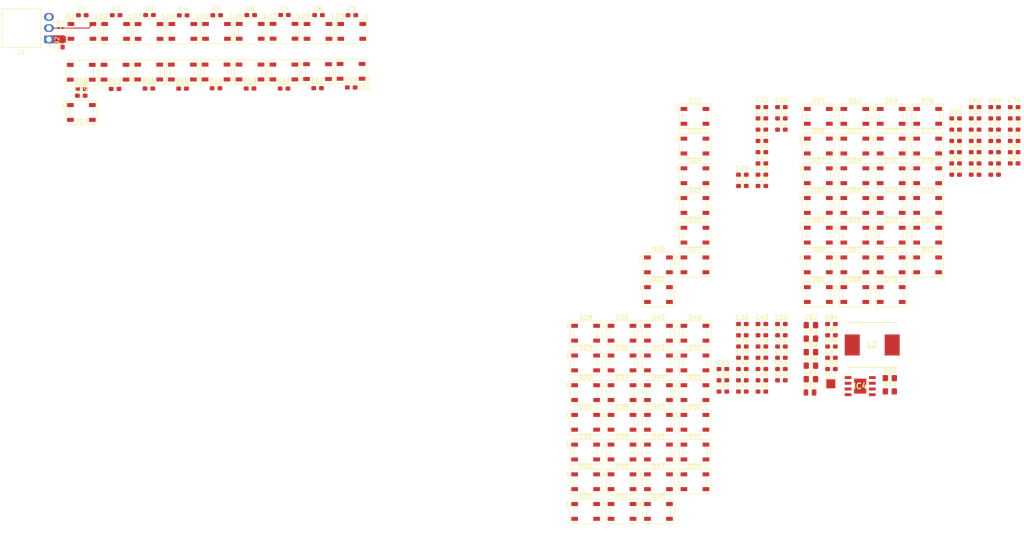
<source format=kicad_pcb>
(kicad_pcb (version 20241229) (generator "pcbnew") (generator_version "9.0")
  (layers (0 "F.Cu" signal) (2 "B.Cu" signal) (13 "F.Paste" user) (15 "B.Paste" user) (5 "F.SilkS" user "F.Silkscreen") (7 "B.SilkS" user "B.Silkscreen") (1 "F.Mask" user) (3 "B.Mask" user) (25 "Edge.Cuts" user))
  (net 0 "")
  (net 1 "+5V")
  (net 2 "GND")
  (net 3 "+24V")
  (net 4 "Net-(IC4-SS)")
  (net 5 "Net-(IC4-SW)")
  (net 6 "Net-(IC4-BST)")
  (net 7 "Net-(C87-Pad1)")
  (net 8 "Net-(IC4-COMP)")
  (net 9 "Net-(J1-Pin_1)")
  (net 10 "Net-(D1-DOUT)")
  (net 11 "Net-(D1-DIN)")
  (net 12 "Net-(D2-DOUT)")
  (net 13 "Net-(D3-DOUT)")
  (net 14 "Net-(D4-DOUT)")
  (net 15 "Net-(D5-DOUT)")
  (net 16 "Net-(D6-DOUT)")
  (net 17 "Net-(D7-DOUT)")
  (net 18 "Net-(D8-DOUT)")
  (net 19 "Net-(D10-DIN)")
  (net 20 "Net-(D10-DOUT)")
  (net 21 "Net-(D11-DOUT)")
  (net 22 "Net-(D12-DOUT)")
  (net 23 "Net-(D13-DOUT)")
  (net 24 "Net-(D14-DOUT)")
  (net 25 "Net-(D15-DOUT)")
  (net 26 "Net-(D16-DOUT)")
  (net 27 "Net-(D17-DOUT)")
  (net 28 "Net-(D18-DOUT)")
  (net 29 "Net-(D19-DOUT)")
  (net 30 "Net-(D20-DOUT)")
  (net 31 "Net-(D21-DOUT)")
  (net 32 "Net-(D22-DOUT)")
  (net 33 "Net-(D23-DOUT)")
  (net 34 "Net-(D24-DOUT)")
  (net 35 "Net-(D25-DOUT)")
  (net 36 "Net-(D26-DOUT)")
  (net 37 "/Row4")
  (net 38 "Net-(D28-DOUT)")
  (net 39 "Net-(D29-DOUT)")
  (net 40 "Net-(D30-DOUT)")
  (net 41 "Net-(D31-DOUT)")
  (net 42 "Net-(D32-DOUT)")
  (net 43 "Net-(D33-DOUT)")
  (net 44 "Net-(D34-DOUT)")
  (net 45 "Net-(D35-DOUT)")
  (net 46 "Net-(D36-DOUT)")
  (net 47 "Net-(D37-DOUT)")
  (net 48 "Net-(D38-DOUT)")
  (net 49 "Net-(D39-DOUT)")
  (net 50 "Net-(D40-DOUT)")
  (net 51 "Net-(D41-DOUT)")
  (net 52 "Net-(D42-DOUT)")
  (net 53 "Net-(D43-DOUT)")
  (net 54 "Net-(D44-DOUT)")
  (net 55 "Net-(D45-DOUT)")
  (net 56 "Net-(D46-DOUT)")
  (net 57 "Net-(D47-DOUT)")
  (net 58 "Net-(D48-DOUT)")
  (net 59 "Net-(D49-DOUT)")
  (net 60 "Net-(D50-DOUT)")
  (net 61 "Net-(D51-DOUT)")
  (net 62 "/Rows4-6/Row7")
  (net 63 "Net-(D55-DOUT)")
  (net 64 "Net-(D56-DOUT)")
  (net 65 "Net-(D57-DOUT)")
  (net 66 "Net-(D58-DOUT)")
  (net 67 "Net-(D59-DOUT)")
  (net 68 "Net-(D60-DOUT)")
  (net 69 "Net-(D61-DOUT)")
  (net 70 "Net-(D62-DOUT)")
  (net 71 "Net-(D63-DOUT)")
  (net 72 "Net-(D64-DOUT)")
  (net 73 "Net-(D65-DOUT)")
  (net 74 "Net-(D66-DOUT)")
  (net 75 "Net-(D67-DOUT)")
  (net 76 "Net-(D68-DOUT)")
  (net 77 "Net-(D69-DOUT)")
  (net 78 "Net-(D70-DOUT)")
  (net 79 "Net-(D71-DOUT)")
  (net 80 "Net-(D72-DOUT)")
  (net 81 "Net-(D73-DOUT)")
  (net 82 "Net-(D74-DOUT)")
  (net 83 "Net-(D75-DOUT)")
  (net 84 "Net-(D76-DOUT)")
  (net 85 "Net-(D77-DOUT)")
  (net 86 "Net-(D78-DOUT)")
  (net 88 "Net-(IC4-FB)")
  (net 89 "Net-(J1-Pin_2)")
  (net 90 "Net-(D52-DOUT)")
  (net 91 "Net-(D53-DOUT)")
  (net 92 "Net-(D79-DOUT)")
  (net 93 "Net-(D80-DOUT)")
  (footprint "LED_SMD:LED_WS2812B_PLCC4_5.0x5.0mm_P3.2mm" (layer "F.Cu") (at 197.525 82.795)
    (property "Reference" "D60")
    (property "Value" "WS2812B")
  )
  (footprint "LED_SMD:LED_WS2812B_PLCC4_5.0x5.0mm_P3.2mm" (layer "F.Cu") (at 221.885 82.795)
    (property "Reference" "D81")
    (property "Value" "WS2812B")
  )
  (footprint "Capacitor_SMD:C_0603_1608Metric_Pad1.08x0.95mm_HandSolder" (layer "F.Cu") (at 189.29 52.66)
    (property "Reference" "C32")
    (property "Value" "0.1uF")
  )
  (footprint "LED_SMD:LED_WS2812B_PLCC4_5.0x5.0mm_P3.2mm" (layer "F.Cu") (at 145.645 98.035)
    (property "Reference" "D28")
    (property "Value" "WS2812B")
  )
  (footprint "Capacitor_SMD:C_0603_1608Metric_Pad1.08x0.95mm_HandSolder" (layer "F.Cu") (at 184.94 60.19)
    (property "Reference" "C27")
    (property "Value" "0.1uF")
  )
  (footprint "LED_SMD:LED_WS2812B_PLCC4_5.0x5.0mm_P3.2mm" (layer "F.Cu") (at 221.885 62.935)
    (property "Reference" "D78")
    (property "Value" "WS2812B")
  )
  (footprint "LED_SMD:LED_WS2812B_PLCC4_5.0x5.0mm_P3.2mm" (layer "F.Cu") (at 145.645 124.515)
    (property "Reference" "D32")
    (property "Value" "WS2812B")
  )
  (footprint "Capacitor_SMD:C_0603_1608Metric_Pad1.08x0.95mm_HandSolder" (layer "F.Cu") (at 241.17 52.66)
    (property "Reference" "C78")
    (property "Value" "0.1uF")
  )
  (footprint "Capacitor_SMD:C_0603_1608Metric_Pad1.08x0.95mm_HandSolder" (layer "F.Cu") (at 180.59 108.53)
    (property "Reference" "C41")
    (property "Value" "0.1uF")
  )
  (footprint "Capacitor_SMD:C_0603_1608Metric_Pad1.08x0.95mm_HandSolder" (layer "F.Cu") (at 176.24 106.02)
    (property "Reference" "C33")
    (property "Value" "0.1uF")
  )
  (footprint "LED_SMD:LED_WS2812B_PLCC4_5.0x5.0mm_P3.2mm" (layer "F.Cu") (at 170.005 111.275)
    (property "Reference" "D51")
    (property "Value" "WS2812B")
  )
  (footprint "Capacitor_SMD:C_0603_1608Metric_Pad1.08x0.95mm_HandSolder" (layer "F.Cu") (at 180.59 111.04)
    (property "Reference" "C42")
    (property "Value" "0.1uF")
  )
  (footprint "Capacitor_SMD:C_0603_1608Metric_Pad1.08x0.95mm_HandSolder" (layer "F.Cu") (at 41.0025 27.15)
    (property "Reference" "C2")
    (property "Value" "0.1uF")
  )
  (footprint "Resistor_SMD:R_0805_2012Metric_Pad1.20x1.40mm_HandSolder" (layer "F.Cu") (at 213.45 111)
    (property "Reference" "R31")
    (property "Value" "52.3k")
  )
  (footprint "LED_SMD:LED_WS2812B_PLCC4_5.0x5.0mm_P3.2mm" (layer "F.Cu") (at 48.35 30.77)
    (property "Reference" "D3")
    (property "Value" "WS2812B")
  )
  (footprint "Capacitor_SMD:C_0603_1608Metric_Pad1.08x0.95mm_HandSolder" (layer "F.Cu") (at 189.29 108.53)
    (property "Reference" "C55")
    (property "Value" "0.1uF")
  )
  (footprint "LED_SMD:LED_WS2812B_PLCC4_5.0x5.0mm_P3.2mm" (layer "F.Cu") (at 161.885 137.755)
    (property "Reference" "D48")
    (property "Value" "WS2812B")
  )
  (footprint "Capacitor_SMD:C_0603_1608Metric_Pad1.08x0.95mm_HandSolder" (layer "F.Cu") (at 55.95 27.185)
    (property "Reference" "C4")
    (property "Value" "0.1uF")
  )
  (footprint "LED_SMD:LED_WS2812B_PLCC4_5.0x5.0mm_P3.2mm" (layer "F.Cu") (at 197.525 89.415)
    (property "Reference" "D61")
    (property "Value" "WS2812B")
  )
  (footprint "LED_SMD:LED_WS2812B_PLCC4_5.0x5.0mm_P3.2mm" (layer "F.Cu") (at 213.765 56.315)
    (property "Reference" "D70")
    (property "Value" "WS2812B")
  )
  (footprint "Capacitor_SMD:C_0603_1608Metric_Pad1.08x0.95mm_HandSolder" (layer "F.Cu") (at 180.59 106.02)
    (property "Reference" "C40")
    (property "Value" "0.1uF")
  )
  (footprint "LED_SMD:LED_WS2812B_PLCC4_5.0x5.0mm_P3.2mm" (layer "F.Cu") (at 170.005 56.315)
    (property "Reference" "D23")
    (property "Value" "WS2812B")
  )
  (footprint "Capacitor_SMD:C_0603_1608Metric_Pad1.08x0.95mm_HandSolder" (layer "F.Cu") (at 232.47 55.17)
    (property "Reference" "C65")
    (property "Value" "0.1uF")
  )
  (footprint "Capacitor_SMD:C_0603_1608Metric_Pad1.08x0.95mm_HandSolder" (layer "F.Cu") (at 232.47 52.66)
    (property "Reference" "C64")
    (property "Value" "0.1uF")
  )
  (footprint "Capacitor_SMD:C_0805_2012Metric_Pad1.18x1.45mm_HandSolder" (layer "F.Cu") (at 195.87 99.24)
    (property "Reference" "C83")
    (property "Value" "10uF")
  )
  (footprint "Capacitor_SMD:C_0603_1608Metric_Pad1.08x0.95mm_HandSolder" (layer "F.Cu") (at 200.45 101)
    (property "Reference" "C86")
    (property "Value" "100nF")
  )
  (footprint "LED_SMD:LED_WS2812B_PLCC4_5.0x5.0mm_P3.2mm" (layer "F.Cu") (at 70.84 39.81 180)
    (property "Reference" "D13")
    (property "Value" "WS2812B")
  )
  (footprint "Capacitor_SMD:C_0603_1608Metric_Pad1.08x0.95mm_HandSolder" (layer "F.Cu") (at 236.82 60.19)
    (property "Reference" "C74")
    (property "Value" "0.1uF")
  )
  (footprint "LED_SMD:LED_WS2812B_PLCC4_5.0x5.0mm_P3.2mm" (layer "F.Cu") (at 205.645 89.415)
    (property "Reference" "D68")
    (property "Value" "WS2812B")
  )
  (footprint "LED_SMD:LED_WS2812B_PLCC4_5.0x5.0mm_P3.2mm" (layer "F.Cu") (at 170.005 117.895)
    (property "Reference" "D52")
    (property "Value" "WS2812B")
  )
  (footprint "Capacitor_SMD:C_0603_1608Metric_Pad1.08x0.95mm_HandSolder" (layer "F.Cu") (at 33.24 43.59)
    (property "Reference" "C18")
    (property "Value" "0.1uF")
  )
  (footprint "LED_SMD:LED_WS2812B_PLCC4_5.0x5.0mm_P3.2mm" (layer "F.Cu") (at 170.005 98.035)
    (property "Reference" "D49")
    (property "Value" "WS2812B")
  )
  (footprint "LED_SMD:LED_WS2812B_PLCC4_5.0x5.0mm_P3.2mm" (layer "F.Cu") (at 161.885 89.415)
    (property "Reference" "D21")
    (property "Value" "WS2812B")
  )
  (footprint "Capacitor_SMD:C_0603_1608Metric_Pad1.08x0.95mm_HandSolder" (layer "F.Cu") (at 228.12 57.68)
    (property "Reference" "C59")
    (property "Value" "0.1uF")
  )
  (footprint "Capacitor_SMD:C_0603_1608Metric_Pad1.08x0.95mm_HandSolder" (layer "F.Cu") (at 180.59 95.98)
    (property "Reference" "C36")
    (property "Value" "0.1uF")
  )
  (footprint "Capacitor_SMD:C_0603_1608Metric_Pad1.08x0.95mm_HandSolder" (layer "F.Cu") (at 189.29 50.15)
    (property "Reference" "C31")
    (property "Value" "0.1uF")
  )
  (footprint "Capacitor_SMD:C_0603_1608Metric_Pad1.08x0.95mm_HandSolder" (layer "F.Cu") (at 184.94 65.21)
    (property "Reference" "C29")
    (property "Value" "0.1uF")
  )
  (footprint "Capacitor_SMD:C_0603_1608Metric_Pad1.08x0.95mm_HandSolder" (layer "F.Cu") (at 232.47 47.64)
    (property "Reference" "C62")
    (property "Value" "0.1uF")
  )
  (footprint "LED_SMD:LED_WS2812B_PLCC4_5.0x5.0mm_P3.2mm" (layer "F.Cu") (at 205.645 76.175)
    (property "Reference" "D66")
    (property "Value" "WS2812B")
  )
  (footprint "LED_SMD:LED_WS2812B_PLCC4_5.0x5.0mm_P3.2mm" (layer "F.Cu") (at 197.525 56.315)
    (property "Reference" "D56")
    (property "Value" "WS2812B")
  )
  (footprint "LED_SMD:LED_WS2812B_PLCC4_5.0x5.0mm_P3.2mm" (layer "F.Cu") (at 213.765 76.175)
    (property "Reference" "D73")
    (property "Value" "WS2812B")
  )
  (footprint "TestPoint:TestPoint_Pad_2.0x2.0mm" (layer "F.Cu") (at 200.3 109.3)
    (property "Reference" "TP2")
    (property "Value" "TestPoint")
  )
  (footprint "LED_SMD:LED_WS2812B_PLCC4_5.0x5.0mm_P3.2mm" (layer "F.Cu") (at 170.005 62.935)
    (property "Reference" "D24")
    (property "Value" "WS2812B")
  )
  (footprint "Capacitor_SMD:C_0603_1608Metric_Pad1.08x0.95mm_HandSolder" (layer "F.Cu") (at 236.82 52.66)
    (property "Reference" "C71")
    (property "Value" "0.1uF")
  )
  (footprint "LED_SMD:LED_WS2812B_PLCC4_5.0x5.0mm_P3.2mm" (layer "F.Cu") (at 145.645 111.275)
    (property "Reference" "D30")
    (property "Value" "WS2812B")
  )
  (footprint "LED_SMD:LED_WS2812B_PLCC4_5.0x5.0mm_P3.2mm" (layer "F.Cu") (at 33.24 39.87 180)
    (property "Reference" "D18")
    (property "Value" "WS2812B")
  )
  (footprint "Capacitor_SMD:C_0603_1608Metric_Pad1.08x0.95mm_HandSolder" (layer "F.Cu") (at 78.53 27.11)
    (property "Reference" "C7")
    (property "Value" "0.1uF")
  )
  (footprint "Capacitor_SMD:C_0603_1608Metric_Pad1.08x0.95mm_HandSolder" (layer "F.Cu") (at 184.94 47.64)
    (property "Reference" "C22")
    (property "Value" "0.1uF")
  )
  (footprint "LED_SMD:LED_WS2812B_PLCC4_5.0x5.0mm_P3.2mm" (layer "F.Cu") (at 221.885 69.555)
    (property "Reference" "D79")
    (property "Value" "WS2812B")
  )
  (footprint "Capacitor_SMD:C_0603_1608Metric_Pad1.08x0.95mm_HandSolder" (layer "F.Cu") (at 189.29 106.02)
    (property "Reference" "C54")
    (property "Value" "0.1uF")
  )
  (footprint "Capacitor_SMD:C_0603_1608Metric_Pad1.08x0.95mm_HandSolder" (layer "F.Cu") (at 184.94 95.98)
    (property "Reference" "C43")
    (property "Value" "0.1uF")
  )
  (footprint "Capacitor_SMD:C_0603_1608Metric_Pad1.08x0.95mm_HandSolder" (layer "F.Cu") (at 232.47 60.19)
    (property "Reference" "C67")
    (property "Value" "0.1uF")
  )
  (footprint "Capacitor_SMD:C_0603_1608Metric_Pad1.08x0.95mm_HandSolder" (layer "F.Cu") (at 55.8075 43.51)
    (property "Reference" "C15")
    (property "Value" "0.1uF")
  )
  (footprint "LED_SMD:LED_WS2812B_PLCC4_5.0x5.0mm_P3.2mm" (layer "F.Cu") (at 170.005 82.795)
    (property "Reference" "D27")
    (property "Value" "WS2812B")
  )
  (footprint "Capacitor_SMD:C_0603_1608Metric_Pad1.08x0.95mm_HandSolder" (layer "F.Cu") (at 232.47 50.15)
    (property "Reference" "C63")
    (property "Value" "0.1uF")
  )
  (footprint "LED_SMD:LED_WS2812B_PLCC4_5.0x5.0mm_P3.2mm" (layer "F.Cu") (at 153.765 117.895)
    (property "Reference" "D38")
    (property "Value" "WS2812B")
  )
  (footprint "LED_SMD:LED_WS2812B_PLCC4_5.0x5.0mm_P3.2mm" (layer "F.Cu") (at 153.765 124.515)
    (property "Reference" "D39")
    (property "Value" "WS2812B")
  )
  (footprint "LED_SMD:LED_WS2812B_PLCC4_5.0x5.0mm_P3.2mm" (layer "F.Cu") (at 93.37 39.66 180)
    (property "Reference" "D10")
    (property "Value" "WS2812B")
  )
  (footprint "LED_SMD:LED_WS2812B_PLCC4_5.0x5.0mm_P3.2mm" (layer "F.Cu") (at 213.765 89.415)
    (property "Reference" "D75")
    (property "Value" "WS2812B")
  )
  (footprint "Capacitor_SMD:C_0603_1608Metric_Pad1.08x0.95mm_HandSolder" (layer "F.Cu") (at 184.94 62.7)
    (property "Reference" "C28")
    (property "Value" "0.1uF")
  )
  (footprint "Capacitor_SMD:C_0603_1608Metric_Pad1.08x0.95mm_HandSolder" (layer "F.Cu") (at 241.17 50.15)
    (property "Reference" "C77")
    (property "Value" "0.1uF")
  )
  (footprint "LED_SMD:LED_WS2812B_PLCC4_5.0x5.0mm_P3.2mm" (layer "F.Cu") (at 161.885 111.275)
    (property "Reference" "D44")
    (property "Value" "WS2812B")
  )
  (footprint "LED_SMD:LED_WS2812B_PLCC4_5.0x5.0mm_P3.2mm" (layer "F.Cu") (at 161.885 124.515)
    (property "Reference" "D46")
    (property "Value" "WS2812B")
  )
  (footprint "LED_SMD:LED_WS2812B_PLCC4_5.0x5.0mm_P3.2mm" (layer "F.Cu") (at 145.645 137.755)
    (property "Reference" "D34")
    (property "Value" "WS2812B")
  )
  (footprint "Capacitor_SMD:C_0603_1608Metric_Pad1.08x0.95mm_HandSolder" (layer "F.Cu") (at 180.59 62.7)
    (property "Reference" "C20")
    (property "Value" "0.1uF")
  )
  (footprint "LED_SMD:LED_WS2812B_PLCC4_5.0x5.0mm_P3.2mm" (layer "F.Cu") (at 85.89 39.72 180)
    (property "Reference" "D11")
    (property "Value" "WS2812B")
  )
  (footprint "Capacitor_SMD:C_0603_1608Metric_Pad1.08x0.95mm_HandSolder" (layer "F.Cu") (at 236.82 62.7)
    (property "Reference" "C75")
    (property "Value" "0.1uF")
  )
  (footprint "Capacitor_SMD:C_0603_1608Metric_Pad1.08x0.95mm_HandSolder" (layer "F.Cu") (at 184.94 108.53)
    (property "Reference" "C48")
    (property "Value" "0.1uF")
  )
  (footprint "Capacitor_SMD:C_0603_1608Metric_Pad1.08x0.95mm_HandSolder" (layer "F.Cu") (at 48.2975 43.49)
    (property "Reference" "C16")
    (property "Value" "0.1uF")
  )
  (footprint "Capacitor_SMD:C_0603_1608Metric_Pad1.08x0.95mm_HandSolder" (layer "F.Cu") (at 33.23 45.09)
    (property "Reference" "C19")
    (property "Value" "0.1uF")
  )
  (footprint "Capacitor_SMD:C_0603_1608Metric_Pad1.08x0.95mm_HandSolder" (layer "F.Cu") (at 200.45 95.98)
    (property "Reference" "C84")
    (property "Value" "100nF")
  )
  (footprint "LED_SMD:LED_WS2812B_PLCC4_5.0x5.0mm_P3.2mm" (layer "F.Cu") (at 153.765 98.035)
    (property "Reference" "D35")
    (property "Value" "WS2812B")
  )
  (footprint "Capacitor_SMD:C_0603_1608Metric_Pad1.08x0.95mm_HandSolder" (layer "F.Cu") (at 33.47 27.16)
    (property "Reference" "C1")
    (property "Value" "0.1uF")
  )
  (footprint "Capacitor_SMD:C_0603_1608Metric_Pad1.08x0.95mm_HandSolder" (layer "F.Cu") (at 85.9075 43.41)
    (property "Reference" "C11")
    (property "Value" "0.1uF")
  )
  (footprint "LED_SMD:LED_WS2812B_PLCC4_5.0x5.0mm_P3.2mm" (layer "F.Cu") (at 78.43 30.735)
    (property "Reference" "D7")
    (property "Value" "WS2812B")
  )
  (footprint "LED_SMD:LED_WS2812B_PLCC4_5.0x5.0mm_P3.2mm" (layer "F.Cu") (at 205.645 49.695)
    (property "Reference" "D62")
    (property "Value" "WS2812B")
  )
  (footprint "Capacitor_SMD:C_0603_1608Metric_Pad1.08x0.95mm_HandSolder" (layer "F.Cu") (at 180.59 103.51)
    (property "Reference" "C39")
    (property "Value" "0.1uF")
  )
  (footprint "Capacitor_SMD:C_0603_1608Metric_Pad1.08x0.95mm_HandSolder" (layer "F.Cu") (at 184.94 50.15)
    (property "Reference" "C23")
    (property "Value" "0.1uF")
  )
  (footprint "LED_SMD:LED_WS2812B_PLCC4_5.0x5.0mm_P3.2mm" (layer "F.Cu") (at 153.765 137.755)
    (property "Reference" "D41")
    (property "Value" "WS2812B")
  )
  (footprint "Capacitor_SMD:C_0603_1608Metric_Pad1.08x0.95mm_HandSolder" (layer "F.Cu") (at 93.5475 27.16)
    (property "Reference" "C9")
    (property "Value" "0.1uF")
  )
  (footprint "LED_SMD:LED_WS2812B_PLCC4_5.0x5.0mm_P3.2mm" (layer "F.Cu") (at 197.525 62.935)
    (property "Reference" "D57")
    (property "Value" "WS2812B")
  )
  (footprint "LED_SMD:LED_WS2812B_PLCC4_5.0x5.0mm_P3.2mm" (layer "F.Cu") (at 213.765 49.695)
    (property "Reference" "D69")
    (property "Value" "WS2812B")
  )
  (footprint "LED_SMD:LED_WS2812B_PLCC4_5.0x5.0mm_P3.2mm" (layer "F.Cu") (at 33.26 48.83)
    (property "Reference" "D19")
    (property "Value" "WS2812B")
  )
  (footprint "LED_SMD:LED_WS2812B_PLCC4_5.0x5.0mm_P3.2mm" (layer "F.Cu") (at 93.51 30.76)
    (property "Reference" "D9")
    (property "Value" "WS2812B")
  )
  (footprint "LED_SMD:LED_WS2812B_PLCC4_5.0x5.0mm_P3.2mm" (layer "F.Cu") (at 197.525 49.695)
    (property "Reference" "D55")
    (property "Value" "WS2812B")
  )
  (footprint "Capacitor_SMD:C_0603_1608Metric_Pad1.08x0.95mm_HandSolder" (layer "F.Cu") (at 176.24 108.53)
    (property "Reference" "C34")
    (property "Value" "0.1uF")
  )
  (footprint "LED_SMD:LED_WS2812B_PLCC4_5.0x5.0mm_P3.2mm" (layer "F.Cu") (at 70.89 30.745)
    (property "Reference" "D6")
    (property "Value" "WS2812B")
  )
  (footprint "LED_SMD:LED_WS2812B_PLCC4_5.0x5.0mm_P3.2mm" (layer "F.Cu") (at 145.645 104.655)
    (property "Reference" "D29")
    (property "Value" "WS2812B")
  )
  (footprint "LED_SMD:LED_WS2812B_PLCC4_5.0x5.0mm_P3.2mm" (layer "F.Cu") (at 221.885 49.695)
    (property "Reference" "D76")
    (property "Value" "WS2812B")
  )
  (footprint "Capacitor_SMD:C_0603_1608Metric_Pad1.08x0.95mm_HandSolder" (layer "F.Cu") (at 241.17 55.17)
    (property "Reference" "C79")
    (property "Value" "0.1uF")
  )
  (footprint "Capacitor_SMD:C_0603_1608Metric_Pad1.08x0.95mm_HandSolder" (layer "F.Cu") (at 189.29 101)
    (property "Reference" "C52")
    (property "Value" "0.1uF")
  )
  (footprint "Capacitor_SMD:C_0805_2012Metric_Pad1.18x1.45mm_HandSolder" (layer "F.Cu") (at 195.87 105.26)
    (property "Reference" "C90")
    (property "Value" "22uF")
  )
  (footprint "Capacitor_SMD:C_0603_1608Metric_Pad1.08x0.95mm_HandSolder" (layer "F.Cu") (at 184.94 106.02)
    (property "Reference" "C47")
    (property "Value" "0.1uF")
  )
  (footprint "LED_SMD:LED_WS2812B_PLCC4_5.0x5.0mm_P3.2mm" (layer "F.Cu") (at 161.885 117.895)
    (property "Reference" "D45")
    (property "Value" "WS2812B")
  )
  (footprint "LED_SMD:LED_WS2812B_PLCC4_5.0x5.0mm_P3.2mm" (layer "F.Cu") (at 85.99 30.76)
    (property "Reference" "D8")
    (property "Value" "WS2812B")
  )
  (footprint "Capacitor_SMD:C_0603_1608Metric_Pad1.08x0.95mm_HandSolder" (layer "F.Cu") (at 70.8675 43.48)
    (property "Reference" "C13")
    (property "Value" "0.1uF")
  )
  (footprint "LED_SMD:LED_WS2812B_PLCC4_5.0x5.0mm_P3.2mm" (layer "F.Cu") (at 63.27 39.81 180)
    (property "Reference" "D14")
    (property "Value" "WS2812B")
  )
  (footprint "LED_SMD:LED_WS2812B_PLCC4_5.0x5.0mm_P3.2mm" (layer "F.Cu") (at 170.005 124.515)
    (property "Reference" "D53")
    (property "Value" "WS2812B")
  )
  (footprint "Resistor_SMD:R_0805_2012Metric" (layer "F.Cu") (at 195.67 111.25)
    (property "Reference" "R32")
    (property "Value" "10k")
  )
  (footprint "Capacitor_SMD:C_0603_1608Metric_Pad1.08x0.95mm_HandSolder" (layer "F.Cu") (at 228.12 50.15)
    (property "Reference" "C56")
    (property "Value" "0.1uF")
  )
  (footprint "Capacitor_SMD:C_0603_1608Metric_Pad1.08x0.95mm_HandSolder" (layer "F.Cu") (at 241.17 47.64)
    (property "Reference" "C76")
    (property "Value" "0.1uF")
  )
  (footprint "Capacitor_SMD:C_0603_1608Metric_Pad1.08x0.95mm_HandSolder" (layer "F.Cu") (at 29.07 33.3875 90)
    (property "Reference" "C92")
    (property "Value" "0.1uF")
  )
  (footprint "Capacitor_SMD:C_0603_1608Metric_Pad1.08x0.95mm_HandSolder" (layer "F.Cu") (at 232.47 57.68)
    (property "Reference" "C66")
    (property "Value" "0.1uF")
  )
  (footprint "LED_SMD:LED_WS2812B_PLCC4_5.0x5.0mm_P3.2mm" (layer "F.Cu") (at 48.26 39.82 180)
    (property "Reference" "D16")
    (property "Value" "WS2812B")
  )
  (footprint "Capacitor_SMD:C_0603_1608Metric_Pad1.08x0.95mm_HandSolder" (layer "F.Cu") (at 241.17 60.19)
    (property "Reference" "C81")
    (property "Value" "0.1uF")
  )
  (footprint "LedMatrix:INDPM110100X540N" (layer "F.Cu") (at 209.525 100.65)
    (property "Reference" "L2")
    (property "Value" "4.7uH" (hide yes))
  )
  (footprint "Capacitor_SMD:C_0603_1608Metric_Pad1.08x0.95mm_HandSolder" (layer "F.Cu") (at 228.12 52.66)
    (property "Reference" "C57")
    (property "Value" "0.1uF")
  )
  (footprint "Capacitor_SMD:C_0603_1608Metric_Pad1.08x0.95mm_HandSolder" (layer "F.Cu") (at 200.45 98.49)
    (property "Reference" "C85")
    (property "Value" "10nF")
  )
  (footprint "LED_SMD:LED_WS2812B_PLCC4_5.0x5.0mm_P3.2mm" (layer "F.Cu") (at 205.645 69.555)
    (property "Reference" "D65")
    (property "Value" "WS2812B")
  )
  (footprint "LedMatrix:SOIC127P600X163-9N" (layer "F.Cu") (at 206.85 109.825)
    (property "Reference" "IC4")
    (property "Value" "AP64501QSP-13" (hide yes))
  )
  (footprint "LED_SMD:LED_WS2812B_PLCC4_5.0x5.0mm_P3.2mm" (layer "F.Cu") (at 170.005 104.655)
    (property "Reference" "D50")
    (property "Value" "WS2812B")
  )
  (footprint "Resistor_SMD:R_0805_2012Metric_Pad1.20x1.40mm_HandSolder" (layer "F.Cu") (at 213.45 108.05)
    (property "Reference" "R30")
    (property "Value" "15.8k")
  )
  (footprint "Capacitor_SMD:C_0603_1608Metric_Pad1.08x0.95mm_HandSolder" (layer "F.Cu") (at 200.45 106.02)
    (property "Reference" "C88")
    (property "Value" "33pF")
  )
  (footprint "Capacitor_SMD:C_0603_1608Metric_Pad1.08x0.95mm_HandSolder" (layer "F.Cu") (at 48.45 27.12)
    (property "Reference" "C3")
    (property "Value" "0.1uF")
  )
  (footprint "Capacitor_SMD:C_0805_2012Metric_Pad1.18x1.45mm_HandSolder" (layer "F.Cu") (at 195.87 108.27)
    (property "Reference" "C91")
    (property "Value" "22uF")
  )
  (footprint "Capacitor_SMD:C_0603_1608Metric_Pad1.08x0.95mm_HandSolder" (layer "F.Cu") (at 189.29 47.64)
    (property "Reference" "C30")
    (property "Value" "0.1uF")
  )
  (footprint "Capacitor_SMD:C_0603_1608Metric_Pad1.08x0.95mm_HandSolder" (layer "F.Cu") (at 184.94 101)
    (property "Reference" "C45")
    (property "Value" "0.1uF")
  )
  (footprint "Capacitor_SMD:C_0603_1608Metric_Pad1.08x0.95mm_HandSolder" (layer "F.Cu") (at 184.94 52.66)
    (property "Reference" "C24")
    (property "Value" "0.1uF")
  )
  (footprint "Capacitor_SMD:C_0603_1608Metric_Pad1.08x0.95mm_HandSolder" (layer "F.Cu") (at 236.82 50.15)
    (property "Reference" "C70")
    (property "Value" "0.1uF")
  )
  (footprint "LED_SMD:LED_WS2812B_PLCC4_5.0x5.0mm_P3.2mm" (layer "F.Cu") (at 153.765 131.135)
    (property "Reference" "D40")
    (property "Value" "WS2812B")
  )
  (footprint "Capacitor_SMD:C_0805_2012Metric_Pad1.18x1.45mm_HandSolder" (layer "F.Cu") (at 195.87 96.23)
    (property "Reference" "C82")
    (property "Value" "10uF")
  )
  (footprint "Capacitor_SMD:C_0603_1608Metric_Pad1.08x0.95mm_HandSolder" (layer "F.Cu") (at 189.29 103.51)
    (property "Reference" "C53")
    (property "Value" "0.1uF")
  )
  (footprint "LED_SMD:LED_WS2812B_PLCC4_5.0x5.0mm_P3.2mm" (layer "F.Cu") (at 221.885 56.315)
    (property "Reference" "D77")
    (property "Value" "WS2812B")
  )
  (footprint "Capacitor_SMD:C_0603_1608Metric_Pad1.08x0.95mm_HandSolder" (layer "F.Cu") (at 236.82 57.68)
    (property "Reference" "C73")
    (property "Value" "0.1uF")
  )
  (footprint "LED_SMD:LED_WS2812B_PLCC4_5.0x5.0mm_P3.2mm" (layer "F.Cu") (at 55.78 39.82 180)
    (property "Reference" "D15")
    (property "Value" "WS2812B")
  )
  (footprint "Resistor_SMD:R_0201_0603Metric_Pad0.64x0.40mm_HandSolder" (layer "F.Cu") (at 28.61 30.02)
    (property "Reference" "R1")
    (property "Value" "330")
  )
  (footprint "LED_SMD:LED_WS2812B_PLCC4_5.0x5.0mm_P3.2mm" (layer "F.Cu") (at 78.39 39.81 180)
    (property "Reference" "D12")
    (property "Value" "WS2812B")
  )
  (footprint "Capacitor_SMD:C_0603_1608Metric_Pad1.08x0.95mm_HandSolder" (layer "F.Cu") (at 184.94 98.49)
    (property "Reference" "C44")
    (property "Value" "0.1uF")
  )
  (footprint "LED_SMD:LED_WS2812B_PLCC4_5.0x5.0mm_P3.2mm" (layer "F.Cu") (at 197.525 76.175)
    (property "Reference" "D59")
    (property "Value" "WS2812B")
  )
  (footprint "Capacitor_SMD:C_0603_1608Metric_Pad1.08x0.95mm_HandSolder" (layer "F.Cu") (at 71 27.135)
    (property "Reference" "C6")
    (property "Value" "0.1uF")
  )
  (footprint "LED_SMD:LED_WS2812B_PLCC4_5.0x5.0mm_P3.2mm" (layer "F.Cu") (at 170.005 69.555)
    (property "Reference" "D25")
    (property "Value" "WS2812B")
  )
  (footprint "Capacitor_SMD:C_0603_1608Metric_Pad1.08x0.95mm_HandSolder" (layer "F.Cu") (at 241.17 57.68)
    (property "Reference" "C80")
    (property "Value" "0.1uF")
  )
  (footprint "LED_SMD:LED_WS2812B_PLCC4_5.0x5.0mm_P3.2mm" (layer "F.Cu") (at 170.005 76.175)
    (property "Reference" "D26")
    (property "Value" "WS2812B")
  )
  (footprint "Capacitor_SMD:C_0603_1608Metric_Pad1.08x0.95mm_HandSolder" (layer "F.Cu") (at 86.1075 27.14)
    (property "Reference" "C8")
    (property "Value" "0.1uF")
  )
  (footprint "LED_SMD:LED_WS2812B_PLCC4_5.0x5.0mm_P3.2mm" (layer "F.Cu") (at 205.645 82.795)
    (property "Reference" "D67")
    (property "Value" "WS2812B")
  )
  (footprint "LED_SMD:LED_WS2812B_PLCC4_5.0x5.0mm_P3.2mm" (layer "F.Cu") (at 170.005 49.695)
    (property "Reference" "D22")
    (property "Value" "WS2812B")
  )
  (footprint "LED_SMD:LED_WS2812B_PLCC4_5.0x5.0mm_P3.2mm" (layer "F.Cu") (at 213.765 69.555)
    (property "Reference" "D72")
    (property "Value" "WS2812B")
  )
  (footprint "Capacitor_SMD:C_0603_1608Metric_Pad1.08x0.95mm_HandSolder" (layer "F.Cu") (at 232.47 62.7)
    (property "Reference" "C68")
    (property "Value" "0.1uF")
  )
  (footprint "LED_SMD:LED_WS2812B_PLCC4_5.0x5.0mm_P3.2mm" (layer "F.Cu") (at 33.3775 30.755)
    (property "Reference" "D1")
    (property "Value" "WS2812B")
  )
  (footprint "LED_SMD:LED_WS2812B_PLCC4_5.0x5.0mm_P3.2mm" (layer "F.Cu") (at 221.885 76.175)
    (property "Reference" "D80")
    (property "Value" "WS2812B")
  )
  (footprint "Capacitor_SMD:C_0603_1608Metric_Pad1.08x0.95mm_HandSolder" (layer "F.Cu") (at 189.29 98.49)
    (property "Reference" "C51")
    (property "Value" "0.1uF")
  )
  (footprint "Capacitor_SMD:C_0603_1608Metric_Pad1.08x0.95mm_HandSolder" (layer "F.Cu") (at 228.12 60.19)
    (property "Reference" "C60")
    (property "Value" "0.1uF")
  )
  (footprint "LED_SMD:LED_WS2812B_PLCC4_5.0x5.0mm_P3.2mm" (layer "F.Cu") (at 63.37 30.755)
    (property "Reference" "D5")
    (property "Value" "WS2812B")
  )
  (footprint "Capacitor_SMD:C_0603_1608Metric_Pad1.08x0.95mm_HandSolder" (layer "F.Cu") (at 200.45 103.51)
    (property "Reference" "C87")
    (property "Value" "2.7nF")
  )
  (footprint "Capacitor_SMD:C_0603_1608Metric_Pad1.08x0.95mm_HandSolder" (layer "F.Cu") (at 184.94 55.17)
    (property "Reference" "C25")
    (property "Value" "0.1uF")
  )
  (footprint "LED_SMD:LED_WS2812B_PLCC4_5.0x5.0mm_P3.2mm" (layer "F.Cu") (at 205.645 62.935)
    (property "Reference" "D64")
    (property "Value" "WS2812B")
  )
  (footprint "Capacitor_SMD:C_0603_1608Metric_Pad1.08x0.95mm_HandSolder" (layer "F.Cu") (at 180.59 65.21)
    (property "Reference" "C21")
    (property "Value" "0.1uF")
  )
  (footprint "Capacitor_SMD:C_0603_1608Metric_Pad1.08x0.95mm_HandSolder" (layer "F.Cu") (at 78.4275 43.485)
    (property "Reference" "C12")
    (property "Value" "0.1uF")
  )
  (footprint "Capacitor_SMD:C_0603_1608Metric_Pad1.08x0.95mm_HandSolder" (layer "F.Cu") (at 176.24 111.04)
    (property "Reference" "C35")
    (property "Value" "0.1uF")
  )
  (footprint "LED_SMD:LED_WS2812B_PLCC4_5.0x5.0mm_P3.2mm" (layer "F.Cu") (at 161.885 82.795)
    (property "Reference" "D20")
    (property "Value" "WS2812B")
  )
  (footprint "LED_SMD:LED_WS2812B_PLCC4_5.0x5.0mm_P3.2mm" (layer "F.Cu") (at 40.76 39.86 180)
    (property "Reference" "D17")
    (property "Value" "WS2812B")
  )
  (footprint "LED_SMD:LED_WS2812B_PLCC4_5.0x5.0mm_P3.2mm" (layer "F.Cu") (at 40.88 30.76)
    (property "Reference" "D2")
    (property "Value" "WS2812B")
  )
  (footprint "LED_SMD:LED_WS2812B_PLCC4_5.0x5.0mm_P3.2mm" (layer "F.Cu") (at 153.765 104.655)
    (property "Reference" "D36")
    (property "Value" "WS2812B")
  )
  (footprint "LED_SMD:LED_WS2812B_PLCC4_5.0x5.0mm_P3.2mm" (layer "F.Cu") (at 145.645 131.135)
    (property "Reference" "D33")
    (property "Value" "WS2812B")
  )
  (footprint "LED_SMD:LED_WS2812B_PLCC4_5.0x5.0mm_P3.2mm" (layer "F.Cu") (at 213.765 82.795)
    (property "Reference" "D74")
    (property "Value" "WS2812B")
  )
  (footprint "Capacitor_SMD:C_0603_1608Metric_Pad1.08x0.95mm_HandSolder" (layer "F.Cu") (at 236.82 47.64)
    (property "Reference" "C69")
    (property "Value" "0.1uF")
  )
  (footprint "Capacitor_SMD:C_0603_1608Metric_Pad1.08x0.95mm_HandSolder" (layer "F.Cu") (at 180.59 98.49)
    (property "Reference" "C37")
    (property "Value" "0.1uF")
  )
  (footprint "LED_SMD:LED_WS2812B_PLCC4_5.0x5.0mm_P3.2mm" (layer "F.Cu") (at 161.885 131.135)
    (property "Reference" "D47")
    (property "Value" "WS2812B")
  )
  (footprint "LED_SMD:LED_WS2812B_PLCC4_5.0x5.0mm_P3.2mm" (layer "F.Cu") (at 213.765 62.935)
    (property "Reference" "D71")
    (property "Value" "WS2812B")
  )
  (footprint "LED_SMD:LED_WS2812B_PLCC4_5.0x5.0mm_P3.2mm" (layer "F.Cu") (at 197.525 69.555)
    (property "Reference" "D58")
    (property "Value" "WS2812B")
  )
  (footprint "Capacitor_SMD:C_0603_1608Metric_Pad1.08x0.95mm_HandSolder" (layer "F.Cu") (at 184.94 103.51)
    (property "Reference" "C46")
    (property "Value" "0.1uF")
  )
  (footprint "Capacitor_SMD:C_0603_1608Metric_Pad1.08x0.95mm_HandSolder" (layer "F.Cu") (at 228.12 62.7)
    (property "Reference" "C61")
    (property "Value" "0.1uF")
  )
  (footprint "Capacitor_SMD:C_0603_1608Metric_Pad1.08x0.95mm_HandSolder" (layer "F.Cu") (at 184.94 111.04)
    (property "Reference" "C49")
    (property "Value" "0.1uF")
  )
  (footprint "utsvt_connectors:105313-1103" (layer "F.Cu") (at 26.0225 32.53 180)
    (property "Reference" "J1")
    (property "Value" "Conn_01x03")
  )
  (footprint "Capacitor_SMD:C_0603_1608Metric_Pad1.08x0.95mm_HandSolder" (layer "F.Cu") (at 189.29 95.98)
    (property "Reference" "C50")
    (property "Value" "0.1uF")
  )
  (footprint "Capacitor_SMD:C_0603_1608Metric_Pad1.08x0.95mm_HandSolder" (layer "F.Cu") (at 63.42 27.165)
    (property "Reference" "C5")
    (property "Value" "0.1uF")
  )
  (footprint "LED_SMD:LED_WS2812B_PLCC4_5.0x5.0mm_P3.2mm" (layer "F.Cu") (at 170.005 131.135)
    (property "Reference" "D54")
    (property "Value" "WS2812B")
  )
  (footprint "LED_SMD:LED_WS2812B_PLCC4_5.0x5.0mm_P3.2mm" (layer "F.Cu") (at 145.645 117.895)
    (property "Reference" "D31")
    (property "Value" "WS2812B")
  )
  (footprint "LED_SMD:LED_WS2812B_PLCC4_5.0x5.0mm_P3.2mm" (layer "F.Cu") (at 161.885 98.035)
    (property "Reference" "D42")
    (property "Value" "WS2812B")
  )
  (footprint "Capacitor_SMD:C_0603_1608Metric_Pad1.08x0.95mm_HandSolder" (layer "F.Cu") (at 180.59 101)
    (property "Reference" "C38")
    (property "Value" "0.1uF")
  )
  (footprint "Capacitor_SMD:C_0603_1608Metric_Pad1.08x0.95mm_HandSolder" (layer "F.Cu") (at 63.2625 43.44)
    (property "Reference" "C14")
    (property "Value" "0.1uF")
  )
  (footprint "Capacitor_SMD:C_0805_2012Metric_Pad1.18x1.45mm_HandSolder" (layer "F.Cu") (at 195.87 102.25)
    (property "Reference" "C89")
    (property "Value" "22uF")
  )
  (footprint "Capacitor_SMD:C_0603_1608Metric_Pad1.08x0.95mm_HandSolder" (layer "F.Cu") (at 236.82 55.17)
    (property "Reference" "C72")
    (property "Value" "0.1uF")
  )
  (footprint "Capacitor_SMD:C_0603_1608Metric_Pad1.08x0.95mm_HandSolder" (layer "F.Cu") (at 93.4025 43.26 180)
    (property "Reference" "C10")
    (property "Value" "0.1uF")
  )
  (footprint "LED_SMD:LED_WS2812B_PLCC4_5.0x5.0mm_P3.2mm" (layer "F.Cu") (at 153.765 111.275)
    (property "Reference" "D37")
    (property "Value" "WS2812B")
  )
  (footprint "Capacitor_SMD:C_0603_1608Metric_Pad1.08x0.95mm_HandSolder" (layer "F.Cu") (at 228.12 55.17)
    (property "Reference" "C58")
    (property "Value" "0.1uF")
  )
  (footprint "Capacitor_SMD:C_0603_1608Metric_Pad1.08x0.95mm_HandSolder" (layer "F.Cu") (at 40.77 43.58)
    (property "Reference" "C17")
    (property "Value" "0.1uF")
  )
  (footprint "LED_SMD:LED_WS2812B_PLCC4_5.0x5.0mm_P3.2mm" (layer "F.Cu") (at 205.645 56.315)
    (property "Reference" "D63")
    (property "Value" "WS2812B")
  )
  (footprint "LED_SMD:LED_WS2812B_PLCC4_5.0x5.0mm_P3.2mm" (layer "F.Cu") (at 161.885 104.655)
    (property "Reference" "D43")
    (property "Value" "WS2812B")
  )
  (footprint "LED_SMD:LED_WS2812B_PLCC4_5.0x5.0mm_P3.2mm" (layer "F.Cu") (at 55.8675 30.76)
    (property "Reference" "D4")
    (property "Value" "WS2812B")
  )
  (footprint "Capacitor_SMD:C_0603_1608Metric_Pad1.08x0.95mm_HandSolder" (layer "F.Cu") (at 184.94 57.68)
    (property "Reference" "C26")
    (property "Value" "0.1uF")
  )
  (segment (start 26.0225 32.53) (end 29.065 32.53) (width 1.8) (layer "F.Cu") (net 9))
  (segment (start 29.065 32.53) (end 29.07 32.525) (width 1.8) (layer "F.Cu") (net 9))
  (segment (start 34.9125 30.02) (end 35.8275 29.105) (width 0.2) (layer "F.Cu") (net 11))
  (segment (start 29.0175 30.02) (end 34.9125 30.02) (width 0.2) (layer "F.Cu") (net 11))
  (segment (start 28.1925 30.03) (end 28.2025 30.02) (width 0.2) (layer "F.Cu") (net 89))
  (segment (start 26.0225 30.03) (end 28.1925 30.03) (width 0.2) (layer "F.Cu") (net 89))
)
</source>
